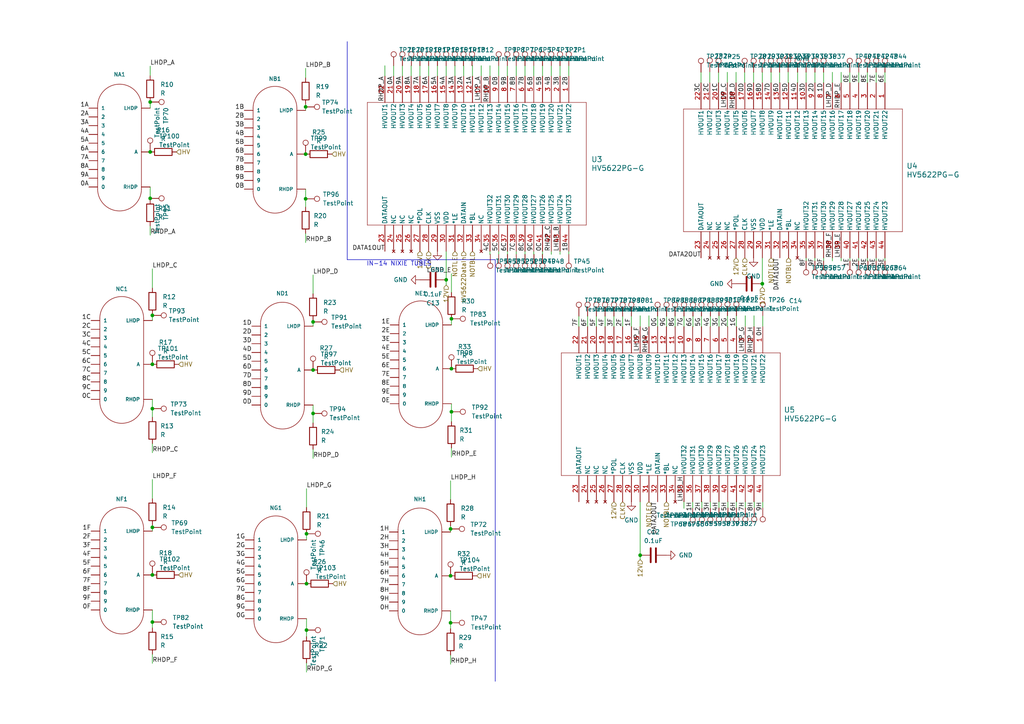
<source format=kicad_sch>
(kicad_sch (version 20230121) (generator eeschema)
  (paper "A4")
  (junction (at 43.561 29.591))
  (junction (at 130.937 106.934))
  (junction (at 44.196 118.524))
  (junction (at 88.9 182.753))
  (junction (at 44.196 180.4181))
  (junction (at 44.196 105.664))
  (junction (at 43.561 57.531))
  (junction (at 88.646 31.0014))
  (junction (at 130.683 180.6292))
  (junction (at 90.805 107.315))
  (junction (at 221.107 82.296))
  (junction (at 130.937 119.43))
  (junction (at 44.196 166.751))
  (junction (at 129.413 81.153))
  (junction (at 130.683 167.005))
  (junction (at 130.937 92.456))
  (junction (at 88.9 169.291))
  (junction (at 130.683 153.4153))
  (junction (at 88.646 44.704))
  (junction (at 90.805 119.9147))
  (junction (at 88.646 57.662))
  (junction (at 44.196 152.9641))
  (junction (at 185.674 161.036))
  (junction (at 88.9 154.813))
  (junction (at 90.805 93.3624))
  (junction (at 44.196 91.4719))
  (junction (at 43.561 44.069))
  (wire (pts (xy 249.047 74.803) (xy 249.047 75.692)))
  (wire (pts (xy 90.805 117.475) (xy 90.805 119.9147)))
  (wire (pts (xy 130.937 119.43) (xy 130.937 122.301)))
  (wire (pts (xy 256.667 74.803) (xy 256.667 75.692)))
  (wire (pts (xy 172.9646 94.742) (xy 172.974 94.742)))
  (wire (pts (xy 44.196 189.738) (xy 44.196 192.405)))
  (wire (pts (xy 88.9 179.451) (xy 88.9 182.753)))
  (wire (pts (xy 233.807 20.955) (xy 233.807 24.003)))
  (wire (pts (xy 206.0423 94.742) (xy 205.994 94.742)))
  (wire (pts (xy 134.493 22.098) (xy 134.493 19.05)))
  (wire (pts (xy 221.107 20.955) (xy 221.0659 20.955)))
  (wire (pts (xy 152.273 72.898) (xy 152.273 73.787)))
  (wire (pts (xy 213.5907 94.742) (xy 213.614 94.742)))
  (wire (pts (xy 111.633 19.05) (xy 111.633 22.098)))
  (wire (pts (xy 236.363 20.955) (xy 236.363 24.003)))
  (wire (pts (xy 185.674 162.306) (xy 185.674 161.036)))
  (wire (pts (xy 44.196 77.978) (xy 44.196 83.566)))
  (wire (pts (xy 178.0612 94.742) (xy 178.054 94.742)))
  (wire (pts (xy 130.683 177.165) (xy 130.683 180.6292)))
  (wire (pts (xy 88.646 67.691) (xy 88.646 70.358)))
  (wire (pts (xy 180.594 91.734) (xy 180.6012 94.742)))
  (wire (pts (xy 159.893 72.898) (xy 159.893 73.787)))
  (wire (pts (xy 205.867 20.828) (xy 205.867 24.003)))
  (wire (pts (xy 218.694 91.567) (xy 218.694 94.742)))
  (wire (pts (xy 129.413 82.677) (xy 129.413 81.153)))
  (wire (pts (xy 154.813 72.898) (xy 154.813 73.787)))
  (wire (pts (xy 221.234 91.567) (xy 221.234 94.742)))
  (wire (pts (xy 139.573 19.05) (xy 139.573 22.098)))
  (wire (pts (xy 221.107 83.312) (xy 221.107 82.296)))
  (wire (pts (xy 44.196 118.524) (xy 44.196 121.031)))
  (wire (pts (xy 208.5217 145.542) (xy 208.5217 147.32)))
  (wire (pts (xy 43.561 65.532) (xy 43.561 68.199)))
  (wire (pts (xy 200.9856 91.694) (xy 200.9856 94.742)))
  (wire (pts (xy 241.427 74.803) (xy 241.427 75.692)))
  (wire (pts (xy 90.805 130.302) (xy 90.805 132.969)))
  (wire (pts (xy 43.561 57.531) (xy 43.561 57.912)))
  (wire (pts (xy 149.733 72.898) (xy 149.733 73.787)))
  (wire (pts (xy 190.7311 94.742) (xy 190.754 94.742)))
  (wire (pts (xy 231.3346 20.955) (xy 231.3346 24.003)))
  (wire (pts (xy 130.937 79.375) (xy 130.937 84.836)))
  (wire (pts (xy 223.647 24.003) (xy 223.647 20.955)))
  (wire (pts (xy 88.646 57.662) (xy 88.646 60.071)))
  (wire (pts (xy 246.507 74.803) (xy 246.507 75.692)))
  (wire (pts (xy 221.107 82.296) (xy 221.107 74.803)))
  (wire (pts (xy 221.234 145.542) (xy 221.234 147.32)))
  (wire (pts (xy 203.4433 91.694) (xy 203.4433 94.742)))
  (wire (pts (xy 213.5784 145.542) (xy 213.614 145.542)))
  (wire (pts (xy 213.5907 91.567) (xy 213.5907 94.742)))
  (wire (pts (xy 88.9 192.278) (xy 88.9 194.945)))
  (wire (pts (xy 254.127 75.692) (xy 254.127 74.803)))
  (wire (pts (xy 44.196 180.4181) (xy 44.196 182.118)))
  (wire (pts (xy 203.4433 94.742) (xy 203.454 94.742)))
  (wire (pts (xy 119.253 19.05) (xy 119.3034 19.05)))
  (wire (pts (xy 233.807 74.803) (xy 233.807 75.692)))
  (wire (pts (xy 185.674 91.567) (xy 185.674 94.742)))
  (wire (pts (xy 124.333 22.098) (xy 124.333 19.05)))
  (wire (pts (xy 195.8018 94.742) (xy 195.834 94.742)))
  (wire (pts (xy 130.683 180.6292) (xy 130.683 182.372)))
  (wire (pts (xy 188.214 91.567) (xy 188.214 94.742)))
  (wire (pts (xy 88.9 154.813) (xy 88.9 156.591)))
  (wire (pts (xy 193.33 91.694) (xy 193.33 94.742)))
  (wire (pts (xy 134.431 19.05) (xy 134.493 19.05)))
  (wire (pts (xy 114.173 19.05) (xy 114.173 22.098)))
  (wire (pts (xy 43.561 29.591) (xy 43.561 31.369)))
  (wire (pts (xy 88.646 19.812) (xy 88.646 22.606)))
  (wire (pts (xy 162.433 72.898) (xy 162.433 73.787)))
  (wire (pts (xy 228.6 24.003) (xy 228.727 24.003)))
  (wire (pts (xy 221.107 24.003) (xy 221.107 20.955)))
  (wire (pts (xy 130.683 139.446) (xy 130.683 144.907)))
  (wire (pts (xy 211.1207 145.542) (xy 211.074 145.542)))
  (wire (pts (xy 178.0612 91.694) (xy 178.0612 94.742)))
  (wire (pts (xy 43.561 19.177) (xy 43.561 21.971)))
  (wire (pts (xy 147.1433 19.05) (xy 147.1433 22.098)))
  (wire (pts (xy 206.03 145.542) (xy 205.994 145.542)))
  (wire (pts (xy 238.8772 20.955) (xy 238.8772 24.003)))
  (wire (pts (xy 226.1225 24.003) (xy 226.187 24.003)))
  (wire (pts (xy 167.894 91.694) (xy 167.8846 94.742)))
  (wire (pts (xy 44.196 176.911) (xy 44.196 180.4181)))
  (wire (pts (xy 164.973 72.898) (xy 164.973 73.787)))
  (wire (pts (xy 226.1225 20.955) (xy 226.1225 24.003)))
  (wire (pts (xy 126.873 19.05) (xy 126.873 22.098)))
  (wire (pts (xy 44.196 139.065) (xy 44.196 144.653)))
  (wire (pts (xy 130.937 92.456) (xy 130.937 94.234)))
  (wire (pts (xy 218.7622 145.542) (xy 218.694 145.542)))
  (wire (pts (xy 129.413 19.05) (xy 129.413 22.098)))
  (wire (pts (xy 243.967 74.803) (xy 243.967 75.692)))
  (wire (pts (xy 193.33 94.742) (xy 193.294 94.742)))
  (wire (pts (xy 256.667 20.955) (xy 256.667 24.003)))
  (wire (pts (xy 44.196 91.186) (xy 44.196 91.4719)))
  (wire (pts (xy 131.953 22.098) (xy 131.953 19.05)))
  (wire (pts (xy 44.196 128.651) (xy 44.196 131.318)))
  (wire (pts (xy 136.9093 19.05) (xy 137.033 19.05)))
  (wire (pts (xy 154.813 73.787) (xy 154.8651 73.787)))
  (wire (pts (xy 130.937 129.921) (xy 130.937 132.588)))
  (wire (pts (xy 129.413 72.898) (xy 129.413 81.153)))
  (wire (pts (xy 90.805 79.756) (xy 90.805 85.217)))
  (wire (pts (xy 254.127 20.955) (xy 254.127 24.003)))
  (wire (pts (xy 88.646 31.0014) (xy 88.646 32.004)))
  (wire (pts (xy 203.5723 145.542) (xy 203.454 145.542)))
  (wire (pts (xy 164.973 19.05) (xy 164.973 22.098)))
  (wire (pts (xy 44.196 115.824) (xy 44.196 118.524)))
  (wire (pts (xy 119.253 22.098) (xy 119.253 19.05)))
  (wire (pts (xy 172.974 91.694) (xy 172.9646 94.742)))
  (wire (pts (xy 210.9917 91.567) (xy 210.9917 94.742)))
  (wire (pts (xy 44.196 152.273) (xy 44.196 152.9641)))
  (wire (pts (xy 88.646 54.864) (xy 88.646 57.662)))
  (wire (pts (xy 243.967 20.955) (xy 243.967 24.003)))
  (wire (pts (xy 200.9856 94.742) (xy 200.914 94.742)))
  (wire (pts (xy 142.113 19.05) (xy 142.113 22.098)))
  (wire (pts (xy 142.113 72.898) (xy 142.113 73.787)))
  (wire (pts (xy 90.805 92.837) (xy 90.805 93.3624)))
  (wire (pts (xy 88.9 141.732) (xy 88.9 147.193)))
  (wire (pts (xy 90.805 93.3624) (xy 90.805 94.615)))
  (wire (pts (xy 249.0752 20.955) (xy 249.0752 24.003)))
  (wire (pts (xy 216.1773 145.542) (xy 216.1773 147.32)))
  (wire (pts (xy 210.947 20.955) (xy 210.947 24.003)))
  (wire (pts (xy 238.8772 24.003) (xy 238.887 24.003)))
  (wire (pts (xy 43.561 54.229) (xy 43.561 57.531)))
  (wire (pts (xy 170.434 91.694) (xy 170.434 94.742)))
  (wire (pts (xy 185.674 161.036) (xy 185.674 145.542)))
  (wire (pts (xy 208.534 91.567) (xy 208.534 94.742)))
  (wire (pts (xy 167.8846 94.742) (xy 167.894 94.742)))
  (wire (pts (xy 157.3228 73.787) (xy 157.353 73.787)))
  (wire (pts (xy 88.9 182.753) (xy 88.9 184.658)))
  (wire (pts (xy 175.5046 91.694) (xy 175.5046 94.742)))
  (wire (pts (xy 246.4763 24.003) (xy 246.507 24.003)))
  (polyline (pts (xy 143.637 75.311) (xy 143.637 197.612)))
  (wire (pts (xy 130.683 152.527) (xy 130.683 153.4153)))
  (wire (pts (xy 228.6 20.8557) (xy 228.6 24.003)))
  (wire (pts (xy 157.353 72.898) (xy 157.353 73.787)))
  (wire (pts (xy 251.587 75.692) (xy 251.587 74.803)))
  (wire (pts (xy 180.594 94.742) (xy 180.6012 94.742)))
  (wire (pts (xy 215.981 20.955) (xy 215.981 24.003)))
  (wire (pts (xy 203.5723 145.542) (xy 203.5723 147.447)))
  (wire (pts (xy 218.7622 145.542) (xy 218.7622 147.32)))
  (wire (pts (xy 251.587 75.692) (xy 251.7279 75.692)))
  (wire (pts (xy 90.805 119.9147) (xy 90.805 122.682)))
  (wire (pts (xy 162.433 19.05) (xy 162.433 22.098)))
  (wire (pts (xy 144.653 72.898) (xy 144.653 73.787)))
  (wire (pts (xy 198.374 145.542) (xy 198.374 147.447)))
  (wire (pts (xy 251.5753 24.003) (xy 251.587 24.003)))
  (wire (pts (xy 241.427 20.955) (xy 241.427 24.003)))
  (wire (pts (xy 198.3867 94.742) (xy 198.374 94.742)))
  (wire (pts (xy 149.733 19.05) (xy 149.733 22.098)))
  (wire (pts (xy 142.113 73.787) (xy 142.1952 73.787)))
  (wire (pts (xy 198.3867 91.694) (xy 198.3867 94.742)))
  (wire (pts (xy 211.1207 145.542) (xy 211.1207 147.32)))
  (wire (pts (xy 190.7311 91.694) (xy 190.7311 94.742)))
  (wire (pts (xy 183.1412 94.742) (xy 183.134 94.742)))
  (wire (pts (xy 147.193 72.898) (xy 147.193 73.787)))
  (wire (pts (xy 157.353 19.05) (xy 157.353 22.098)))
  (wire (pts (xy 246.4763 20.955) (xy 246.4763 24.003)))
  (wire (pts (xy 249.0752 24.003) (xy 249.047 24.003)))
  (wire (pts (xy 249.0372 75.692) (xy 249.047 75.692)))
  (wire (pts (xy 152.273 19.05) (xy 152.273 22.098)))
  (wire (pts (xy 216.1773 145.542) (xy 216.154 145.542)))
  (wire (pts (xy 147.1433 22.098) (xy 147.193 22.098)))
  (wire (pts (xy 131.9203 19.05) (xy 131.953 19.05)))
  (wire (pts (xy 203.327 20.955) (xy 203.327 24.003)))
  (wire (pts (xy 206.03 145.542) (xy 206.03 147.447)))
  (wire (pts (xy 210.9917 94.742) (xy 211.074 94.742)))
  (wire (pts (xy 200.914 145.542) (xy 200.914 147.447)))
  (wire (pts (xy 130.683 189.992) (xy 130.683 192.659)))
  (wire (pts (xy 44.196 152.9641) (xy 44.196 154.051)))
  (wire (pts (xy 159.893 19.05) (xy 159.893 22.098)))
  (polyline (pts (xy 100.711 12.065) (xy 100.711 75.311)))
  (wire (pts (xy 213.487 20.955) (xy 213.487 24.003)))
  (wire (pts (xy 236.363 24.003) (xy 236.347 24.003)))
  (polyline (pts (xy 100.711 75.311) (xy 143.637 75.311)))
  (wire (pts (xy 231.3346 24.003) (xy 231.267 24.003)))
  (wire (pts (xy 223.647 20.955) (xy 223.6366 20.955)))
  (wire (pts (xy 183.1178 91.694) (xy 183.1412 94.742)))
  (wire (pts (xy 137.033 19.05) (xy 137.033 22.098)))
  (wire (pts (xy 195.8018 91.694) (xy 195.8018 94.742)))
  (wire (pts (xy 88.646 30.226) (xy 88.646 31.0014)))
  (wire (pts (xy 116.713 22.098) (xy 116.713 19.05)))
  (wire (pts (xy 213.5784 145.542) (xy 213.5784 147.32)))
  (wire (pts (xy 175.5046 94.742) (xy 175.514 94.742)))
  (wire (pts (xy 154.813 19.05) (xy 154.813 22.098)))
  (wire (pts (xy 218.567 24.003) (xy 218.567 20.955)))
  (wire (pts (xy 216.154 91.567) (xy 216.154 94.742)))
  (wire (pts (xy 208.5217 145.542) (xy 208.534 145.542)))
  (wire (pts (xy 144.653 19.05) (xy 144.653 22.098)))
  (wire (pts (xy 251.5753 20.955) (xy 251.5753 24.003)))
  (wire (pts (xy 206.0423 91.694) (xy 206.0423 94.742)))
  (wire (pts (xy 236.347 74.803) (xy 236.347 75.692)))
  (wire (pts (xy 121.793 22.098) (xy 121.793 19.05)))
  (wire (pts (xy 130.683 153.4153) (xy 130.683 154.305)))
  (wire (pts (xy 130.937 117.094) (xy 130.937 119.43)))
  (wire (pts (xy 238.887 74.803) (xy 238.887 75.692)))
  (wire (pts (xy 215.981 24.003) (xy 216.027 24.003)))
  (wire (pts (xy 114.173 19.05) (xy 114.1868 19.05)))
  (wire (pts (xy 44.196 91.4719) (xy 44.196 92.964)))
  (wire (pts (xy 218.567 20.955) (xy 218.5941 20.955)))
  (wire (pts (xy 208.407 21.0111) (xy 208.407 24.003)))
  (text "IN-14 NIXIE TUBES" (at 106.299 77.343 0) (effects (font (size 1.27 1.27)) (justify left bottom)))
  (label "0A" (at 25.781 54.229 180))
  (label "8G" (at 71.12 174.371 180))
  (label "8F" (at 233.807 74.803 270))
  (label "6G" (at 200.914 94.742 90))
  (label "RHDP_G" (at 88.9 194.945 0))
  (label "0G" (at 71.12 179.451 180))
  (label "8E" (at 251.587 24.003 90))
  (label "5G" (at 71.12 166.751 180))
  (label "6H" (at 112.903 167.005 180))
  (label "2A" (at 25.781 33.909 180))
  (label "5A" (at 25.781 41.529 180))
  (label "6H" (at 213.614 145.542 270))
  (label "7A" (at 121.793 22.098 270))
  (label "9G" (at 193.294 94.742 90))
  (label "9A" (at 25.781 51.689 180))
  (label "7H" (at 112.903 169.545 180))
  (label "7D" (at 73.025 109.855 180))
  (label "1H" (at 200.914 145.542 270))
  (label "4B" (at 159.893 22.098 270))
  (label "DATA1OUT" (at 111.633 72.898 180))
  (label "LHDP_G" (at 88.9 141.732 0))
  (label "8C" (at 26.416 110.744 180))
  (label "7B" (at 70.866 47.244 180))
  (label "LHDP_E" (at 243.967 74.803 90))
  (label "LHDP_H" (at 130.683 139.446 0))
  (label "5G" (at 203.454 94.742 90))
  (label "2H" (at 112.903 156.845 180))
  (label "0E" (at 113.157 117.094 180))
  (label "2F" (at 180.6012 94.742 90))
  (label "4F" (at 26.416 161.671 180))
  (label "3H" (at 112.903 159.385 180))
  (label "7A" (at 25.781 46.609 180))
  (label "2H" (at 203.454 145.542 270))
  (label "LHDP_E" (at 130.937 79.375 180))
  (label "2E" (at 113.157 96.774 180))
  (label "LHDP_A" (at 43.561 19.177 0))
  (label "2E" (at 249.047 74.803 270))
  (label "0F" (at 238.887 74.803 270))
  (label "5E" (at 256.667 74.803 270))
  (label "LHDP_A" (at 139.573 22.098 270))
  (label "8G" (at 195.834 94.742 90))
  (label "4H" (at 208.534 145.542 270))
  (label "1A" (at 25.781 31.369 180))
  (label "1F" (at 183.1412 94.742 90))
  (label "LHDP_B" (at 88.646 19.812 0))
  (label "7E" (at 113.157 109.474 180))
  (label "1D" (at 73.025 94.615 180))
  (label "8H" (at 112.903 172.085 180))
  (label "8B" (at 70.866 49.784 180))
  (label "6A" (at 25.781 44.069 180))
  (label "RHDP_C" (at 159.893 72.898 90))
  (label "1E" (at 113.157 94.234 180))
  (label "3C" (at 203.327 24.003 270))
  (label "RHDP_E" (at 130.937 132.588 0))
  (label "9G" (at 71.12 176.911 180))
  (label "7B" (at 152.273 22.098 270))
  (label "7C" (at 149.733 72.9824 90))
  (label "1H" (at 112.903 154.305 180))
  (label "9D" (at 218.567 24.003 270))
  (label "RHDP_H" (at 130.683 192.659 0))
  (label "1F" (at 26.416 154.051 180))
  (label "1E" (at 246.507 74.803 270))
  (label "6D" (at 73.025 107.315 180))
  (label "9E" (at 249.047 24.003 90))
  (label "4H" (at 112.903 161.925 180))
  (label "LHDP_D" (at 241.427 24.003 270))
  (label "5E" (at 113.157 104.394 180))
  (label "3E" (at 251.587 74.803 270))
  (label "0H" (at 221.234 94.742 270))
  (label "8A" (at 119.253 22.098 270))
  (label "RHDP_G" (at 188.214 94.742 270))
  (label "4E" (at 113.157 101.854 180))
  (label "9H" (at 221.234 145.542 270))
  (label "4G" (at 71.12 164.211 180))
  (label "LHDP_F" (at 185.674 94.742 270))
  (label "2C" (at 26.416 95.504 180))
  (label "3D" (at 73.025 99.695 180))
  (label "9B" (at 147.193 22.098 270))
  (label "3E" (at 113.157 99.314 180))
  (label "2F" (at 26.416 156.591 180))
  (label "4D" (at 73.025 102.235 180))
  (label "7E" (at 254.127 24.003 90))
  (label "0C" (at 26.416 115.824 180))
  (label "5F" (at 172.974 94.742 90))
  (label "0B" (at 70.866 54.864 180))
  (label "8A" (at 25.781 49.149 180))
  (label "LHDP_G" (at 216.154 94.742 270))
  (label "6D" (at 226.1225 24.003 270))
  (label "3H" (at 205.994 145.542 270))
  (label "9D" (at 73.025 114.935 180))
  (label "0H" (at 112.903 177.165 180))
  (label "4A" (at 25.781 38.989 180))
  (label "6C" (at 147.193 72.9109 90))
  (label "9F" (at 26.416 174.371 180))
  (label "2A" (at 134.493 22.098 270))
  (label "1G" (at 213.614 94.742 90))
  (label "6F" (at 170.434 94.742 90))
  (label "RHDP_A" (at 111.633 22.098 270))
  (label "3F" (at 26.416 159.131 180))
  (label "7G" (at 198.374 94.742 90))
  (label "LHDP_H" (at 198.374 145.542 90))
  (label "6A" (at 124.333 22.098 270))
  (label "DATA1OUT" (at 226.187 74.803 270))
  (label "3B" (at 70.866 37.084 180))
  (label "1C" (at 208.407 24.003 270))
  (label "9C" (at 154.813 72.9109 90))
  (label "9H" (at 112.903 174.625 180))
  (label "7F" (at 167.8846 94.742 90))
  (label "6B" (at 154.813 22.098 270))
  (label "8D" (at 73.025 112.395 180))
  (label "0D" (at 216.027 24.003 270))
  (label "LHDP_D" (at 90.805 79.756 0))
  (label "2C" (at 205.867 24.003 270))
  (label "5C" (at 144.653 72.898 90))
  (label "RHDP_B" (at 142.113 22.098 270))
  (label "2D" (at 73.025 97.155 180))
  (label "1B" (at 70.866 32.004 180))
  (label "LHDP_C" (at 210.947 24.003 270))
  (label "4E" (at 254.127 74.803 270))
  (label "RHDP_D" (at 213.487 24.003 270))
  (label "RHDP_C" (at 44.196 131.318 0))
  (label "6G" (at 71.12 169.291 180))
  (label "0D" (at 73.025 117.475 180))
  (label "LHDP_F" (at 44.196 139.065 0))
  (label "3A" (at 25.781 36.449 180))
  (label "RHDP_F" (at 44.196 192.405 0))
  (label "3A" (at 131.953 22.098 270))
  (label "9B" (at 70.866 52.324 180))
  (label "5C" (at 26.416 103.124 180))
  (label "6E" (at 256.667 24.003 90))
  (label "5H" (at 112.903 164.465 180))
  (label "LHDP_B" (at 162.433 72.898 90))
  (label "RHDP_H" (at 218.694 94.742 270))
  (label "0E" (at 246.507 24.003 90))
  (label "7C" (at 26.416 108.204 180))
  (label "8B" (at 149.733 22.098 270))
  (label "7D" (at 223.647 24.003 270))
  (label "RHDP_F" (at 241.427 74.803 90))
  (label "LHDP_C" (at 44.196 77.978 0))
  (label "7F" (at 26.416 169.291 180))
  (label "DATA2OUT" (at 203.327 74.803 180))
  (label "5D" (at 228.727 24.003 270))
  (label "RHDP_D" (at 90.805 132.969 0))
  (label "4C" (at 142.113 72.898 90))
  (label "3C" (at 26.416 98.044 180))
  (label "8F" (at 26.416 171.831 180))
  (label "3F" (at 178.0612 94.742 90))
  (label "8E" (at 113.157 112.014 180))
  (label "4C" (at 26.416 100.584 180))
  (label "RHDP_E" (at 243.967 24.003 270))
  (label "2G" (at 71.12 159.131 180))
  (label "0F" (at 26.416 176.911 180))
  (label "0B" (at 144.653 22.098 270))
  (label "1D" (at 238.887 24.003 270))
  (label "8H" (at 218.694 145.542 270))
  (label "1A" (at 137.033 22.098 270))
  (label "7G" (at 71.12 171.831 180))
  (label "5A" (at 126.873 22.098 270))
  (label "7H" (at 216.154 145.542 270))
  (label "5B" (at 157.353 22.098 270))
  (label "6E" (at 113.157 106.934 180))
  (label "9E" (at 113.157 114.554 180))
  (label "1B" (at 164.973 72.898 90))
  (label "RHDP_B" (at 88.646 70.358 0))
  (label "3B" (at 162.433 22.098 270))
  (label "3D" (at 233.807 24.003 270))
  (label "9F" (at 236.347 74.803 270))
  (label "4D" (at 231.267 24.003 270))
  (label "8D" (at 221.107 24.003 270))
  (label "9C" (at 26.416 113.284 180))
  (label "4G" (at 205.994 94.742 90))
  (label "4F" (at 175.5046 94.742 90))
  (label "6F" (at 26.416 166.751 180))
  (label "9A" (at 116.713 22.098 270))
  (label "4B" (at 70.866 39.624 180))
  (label "0G" (at 190.754 94.742 90))
  (label "3G" (at 71.12 161.671 180))
  (label "2B" (at 164.973 22.098 270))
  (label "5B" (at 70.866 42.164 180))
  (label "0C" (at 157.353 72.898 90))
  (label "2D" (at 236.347 24.003 270))
  (label "5D" (at 73.025 104.775 180))
  (label "8C" (at 152.273 72.9109 90))
  (label "2B" (at 70.866 34.544 180))
  (label "3G" (at 208.534 94.742 90))
  (label "1G" (at 71.12 156.591 180))
  (label "RHDP_A" (at 43.561 68.199 0))
  (label "DATA2OUT" (at 190.754 145.542 270))
  (label "2G" (at 211.074 94.742 90))
  (label "5F" (at 26.416 164.211 180))
  (label "6C" (at 26.416 105.664 180))
  (label "0A" (at 114.173 22.098 270))
  (label "5H" (at 211.074 145.542 270))
  (label "1C" (at 26.416 92.964 180))
  (label "6B" (at 70.866 44.704 180))
  (label "4A" (at 129.413 22.098 270))
  (hierarchical_label "12V" (shape input) (at 178.054 145.542 270))
  (hierarchical_label "HV" (shape input) (at 138.303 167.005 0))
  (hierarchical_label "NOTLE" (shape input) (at 188.214 145.542 270))
  (hierarchical_label "12V" (shape input) (at 213.487 74.803 270))
  (hierarchical_label "NOTBL" (shape input) (at 228.727 74.803 270))
  (hierarchical_label "12V" (shape input) (at 121.793 72.898 270))
  (hierarchical_label "CLK" (shape input) (at 180.594 145.542 270))
  (hierarchical_label "NOTLE" (shape input) (at 131.953 72.898 270))
  (hierarchical_label "HV" (shape input) (at 51.816 105.664 0))
  (hierarchical_label "HV5622DataIn" (shape input) (at 134.493 72.898 270))
  (hierarchical_label "HV" (shape input) (at 138.557 106.934 0))
  (hierarchical_label "NOTBL" (shape input) (at 193.294 145.542 270))
  (hierarchical_label "HV" (shape input) (at 96.266 44.704 0))
  (hierarchical_label "HV" (shape input) (at 96.52 169.291 0))
  (hierarchical_label "HV" (shape input) (at 51.816 166.751 0))
  (hierarchical_label "12V" (shape input) (at 221.107 83.312 270))
  (hierarchical_label "12V" (shape input) (at 185.674 162.306 270))
  (hierarchical_label "CLK" (shape input) (at 216.027 74.803 270))
  (hierarchical_label "NOTBL" (shape input) (at 137.033 72.898 270))
  (hierarchical_label "NOTLE" (shape input) (at 223.647 74.803 270))
  (hierarchical_label "CLK" (shape input) (at 124.333 72.898 270))
  (hierarchical_label "HV" (shape input) (at 98.425 107.315 0))
  (hierarchical_label "12V" (shape input) (at 129.413 82.677 270))
  (hierarchical_label "HV" (shape input) (at 51.181 44.069 0))
  (symbol (lib_id "Device:C") (at 189.484 161.036 90) (unit 1)
    (property "Reference" "C12" (at 189.484 154.305 90))
    (property "Value" "0.1uF" (at 189.484 156.845 90))
    (property "Footprint" "Capacitor_SMD:C_0805_2012Metric" (effects hide))
  )
  (symbol (lib_id "Connector:TestPoint") (at 154.813 19.05 0) (unit 1)
    (property "Reference" "TP5" (at 156.337 14.478 0) (effects (justify left)))
    (property "Value" "TestPoint" (at 156.337 17.018 0) (effects (justify left)))
    (property "Footprint" "TestPoint:TestPoint_Pad_D1.5mm" (effects hide))
  )
  (symbol (lib_id "Device:R") (at 43.561 61.722 180) (unit 1)
    (property "Reference" "R11" (at 45.847 60.452 0) (effects (justify right)))
    (property "Value" "R" (at 45.847 62.992 0) (effects (justify right)))
    (property "Footprint" "Resistor_THT:R_Axial_DIN0204_L3.6mm_D1.6mm_P2.54mm_Vertical" (effects hide))
  )
  (symbol (lib_id "Device:R") (at 130.937 88.646 0) (unit 1)
    (property "Reference" "R30" (at 133.858 87.376 0) (effects (justify left)))
    (property "Value" "R" (at 133.858 89.916 0) (effects (justify left)))
    (property "Footprint" "Resistor_THT:R_Axial_DIN0204_L3.6mm_D1.6mm_P2.54mm_Vertical" (effects hide))
  )
  (symbol (lib_id "Connector:TestPoint") (at 238.887 75.692 180) (unit 1)
    (property "Reference" "TP57" (at 240.411 77.724 0) (effects (justify right)))
    (property "Value" "TestPoint" (at 240.411 80.264 0) (effects (justify right)))
    (property "Footprint" "TestPoint:TestPoint_Pad_D1.5mm" (effects hide))
  )
  (symbol (lib_id "Connector:TestPoint") (at 88.9 182.753 270) (unit 1)
    (property "Reference" "TP71" (at 93.472 184.382 0) (effects (justify left)))
    (property "Value" "TestPoint" (at 90.932 184.382 0) (effects (justify left)))
    (property "Footprint" "TestPoint:TestPoint_Pad_D1.5mm" (effects hide))
  )
  (symbol (lib_id "power:GND") (at 213.487 82.296 270) (unit 1)
    (property "Reference" "#PWR033" (effects hide))
    (property "Value" "GND" (at 209.931 82.296 90) (effects (justify right)))
  )
  (symbol (lib_id "Device:R") (at 47.371 44.069 90) (unit 1)
    (property "Reference" "R16" (at 47.371 37.719 90))
    (property "Value" "R" (at 47.371 40.259 90))
    (property "Footprint" "Resistor_THT:R_Axial_DIN0204_L3.6mm_D1.6mm_P2.54mm_Vertical" (effects hide))
  )
  (symbol (lib_id "Connector:TestPoint") (at 218.5941 20.955 0) (unit 1)
    (property "Reference" "TP29" (at 220.1181 16.383 0) (effects (justify left)))
    (property "Value" "TestPoint" (at 220.1181 18.923 0) (effects (justify left)))
    (property "Footprint" "TestPoint:TestPoint_Pad_D1.5mm" (effects hide))
  )
  (symbol (lib_id "Connector:TestPoint") (at 149.733 73.787 180) (unit 1)
    (property "Reference" "TP51" (at 151.257 75.819 0) (effects (justify right)))
    (property "Value" "TestPoint" (at 151.257 78.359 0) (effects (justify right)))
    (property "Footprint" "TestPoint:TestPoint_Pad_D1.5mm" (effects hide))
  )
  (symbol (lib_id "Connector:TestPoint") (at 129.413 19.05 0) (unit 1)
    (property "Reference" "TP15" (at 130.937 14.478 0) (effects (justify left)))
    (property "Value" "TestPoint" (at 130.937 17.018 0) (effects (justify left)))
    (property "Footprint" "TestPoint:TestPoint_Pad_D1.5mm" (effects hide))
  )
  (symbol (lib_id "Connector:TestPoint") (at 228.6 20.8557 0) (unit 1)
    (property "Reference" "TP33" (at 230.124 16.2837 0) (effects (justify left)))
    (property "Value" "TestPoint" (at 230.124 18.8237 0) (effects (justify left)))
    (property "Footprint" "TestPoint:TestPoint_Pad_D1.5mm" (effects hide))
  )
  (symbol (lib_id "Connector:TestPoint") (at 249.0372 75.692 180) (unit 1)
    (property "Reference" "TP61" (at 250.5612 77.724 0) (effects (justify right)))
    (property "Value" "TestPoint" (at 250.5612 80.264 0) (effects (justify right)))
    (property "Footprint" "TestPoint:TestPoint_Pad_D1.5mm" (effects hide))
  )
  (symbol (lib_id "Device:R") (at 88.9 188.468 180) (unit 1)
    (property "Reference" "R22" (at 91.186 187.198 0) (effects (justify right)))
    (property "Value" "R" (at 91.186 189.738 0) (effects (justify right)))
    (property "Footprint" "Resistor_THT:R_Axial_DIN0204_L3.6mm_D1.6mm_P2.54mm_Vertical" (effects hide))
  )
  (symbol (lib_id "Device:R") (at 90.805 126.492 180) (unit 1)
    (property "Reference" "R24" (at 93.091 125.222 0) (effects (justify right)))
    (property "Value" "R" (at 93.091 127.762 0) (effects (justify right)))
    (property "Footprint" "Resistor_THT:R_Axial_DIN0204_L3.6mm_D1.6mm_P2.54mm_Vertical" (effects hide))
  )
  (symbol (lib_id "Connector:TestPoint") (at 147.193 73.787 180) (unit 1)
    (property "Reference" "TP52" (at 148.717 75.819 0) (effects (justify right)))
    (property "Value" "TestPoint" (at 148.717 78.359 0) (effects (justify right)))
    (property "Footprint" "TestPoint:TestPoint_Pad_D1.5mm" (effects hide))
  )
  (symbol (lib_id "Connector:TestPoint") (at 205.867 20.828 0) (unit 1)
    (property "Reference" "TP24" (at 207.391 16.256 0) (effects (justify left)))
    (property "Value" "TestPoint" (at 207.391 18.796 0) (effects (justify left)))
    (property "Footprint" "TestPoint:TestPoint_Pad_D1.5mm" (effects hide))
  )
  (symbol (lib_id "Connector:TestPoint") (at 130.683 167.005 0) (unit 1)
    (property "Reference" "TP104" (at 133.223 162.433 0) (effects (justify left)))
    (property "Value" "TestPoint" (at 133.223 164.973 0) (effects (justify left)))
    (property "Footprint" "TestPoint:TestPoint_Pad_D1.5mm" (effects hide))
  )
  (symbol (lib_id "Device:R") (at 92.456 44.704 90) (unit 1)
    (property "Reference" "R25" (at 92.456 38.354 90))
    (property "Value" "R" (at 92.456 40.894 90))
    (property "Footprint" "Resistor_THT:R_Axial_DIN0204_L3.6mm_D1.6mm_P2.54mm_Vertical" (effects hide))
  )
  (symbol (lib_id "Device:R") (at 88.646 63.881 180) (unit 1)
    (property "Reference" "R20" (at 90.932 62.611 0) (effects (justify right)))
    (property "Value" "R" (at 90.932 65.151 0) (effects (justify right)))
    (property "Footprint" "Resistor_THT:R_Axial_DIN0204_L3.6mm_D1.6mm_P2.54mm_Vertical" (effects hide))
  )
  (symbol (lib_id "Connector:TestPoint") (at 213.5784 147.32 180) (unit 1)
    (property "Reference" "TP58" (at 211.9494 151.892 0) (effects (justify left)))
    (property "Value" "TestPoint" (at 211.9494 149.352 0) (effects (justify left)))
    (property "Footprint" "TestPoint:TestPoint_Pad_D1.5mm" (effects hide))
  )
  (symbol (lib_id "Connector:TestPoint") (at 251.5753 20.955 0) (unit 1)
    (property "Reference" "TP42" (at 253.0993 16.383 0) (effects (justify left)))
    (property "Value" "TestPoint" (at 253.0993 18.923 0) (effects (justify left)))
    (property "Footprint" "TestPoint:TestPoint_Pad_D1.5mm" (effects hide))
  )
  (symbol (lib_id "Connector:TestPoint") (at 211.1207 147.32 180) (unit 1)
    (property "Reference" "TP59" (at 209.4917 151.892 0) (effects (justify left)))
    (property "Value" "TestPoint" (at 209.4917 149.352 0) (effects (justify left)))
    (property "Footprint" "TestPoint:TestPoint_Pad_D1.5mm" (effects hide))
  )
  (symbol (lib_id "Connector:TestPoint") (at 90.805 107.315 0) (unit 1)
    (property "Reference" "TP97" (at 92.964 102.743 0) (effects (justify left)))
    (property "Value" "TestPoint" (at 92.964 105.283 0) (effects (justify left)))
    (property "Footprint" "TestPoint:TestPoint_Pad_D1.5mm" (effects hide))
  )
  (symbol (lib_id "Connector:TestPoint") (at 130.683 180.6292 270) (unit 1)
    (property "Reference" "TP47" (at 136.525 179.3592 90) (effects (justify left)))
    (property "Value" "TestPoint" (at 136.525 181.8992 90) (effects (justify left)))
    (property "Footprint" "TestPoint:TestPoint_Pad_D1.5mm" (effects hide))
  )
  (symbol (lib_id "Device:R") (at 130.683 148.717 0) (unit 1)
    (property "Reference" "R28" (at 133.604 147.447 0) (effects (justify left)))
    (property "Value" "R" (at 133.604 149.987 0) (effects (justify left)))
    (property "Footprint" "Resistor_THT:R_Axial_DIN0204_L3.6mm_D1.6mm_P2.54mm_Vertical" (effects hide))
  )
  (symbol (lib_id "Connector:TestPoint") (at 172.974 91.694 0) (unit 1)
    (property "Reference" "TP77" (at 174.603 87.122 0) (effects (justify left)))
    (property "Value" "TestPoint" (at 174.603 89.662 0) (effects (justify left)))
    (property "Footprint" "TestPoint:TestPoint_Pad_D1.5mm" (effects hide))
  )
  (symbol (lib_id "Device:R") (at 130.937 126.111 180) (unit 1)
    (property "Reference" "R31" (at 133.223 124.841 0) (effects (justify right)))
    (property "Value" "R" (at 133.223 127.381 0) (effects (justify right)))
    (property "Footprint" "Resistor_THT:R_Axial_DIN0204_L3.6mm_D1.6mm_P2.54mm_Vertical" (effects hide))
  )
  (symbol (lib_id "Connector:TestPoint") (at 200.914 147.447 180) (unit 1)
    (property "Reference" "TP68" (at 199.285 152.019 0) (effects (justify left)))
    (property "Value" "TestPoint" (at 199.285 149.479 0) (effects (justify left)))
    (property "Footprint" "TestPoint:TestPoint_Pad_D1.5mm" (effects hide))
  )
  (symbol (lib_id "Connector:TestPoint") (at 43.561 44.069 0) (unit 1)
    (property "Reference" "TP100" (at 46.101 39.497 0) (effects (justify left)))
    (property "Value" "TestPoint" (at 46.101 42.037 0) (effects (justify left)))
    (property "Footprint" "TestPoint:TestPoint_Pad_D1.5mm" (effects hide))
  )
  (symbol (lib_id "Connector:TestPoint") (at 218.7622 147.32 180) (unit 1)
    (property "Reference" "TP38" (at 217.1332 151.892 0) (effects (justify left)))
    (property "Value" "TestPoint" (at 217.1332 149.352 0) (effects (justify left)))
    (property "Footprint" "TestPoint:TestPoint_Pad_D1.5mm" (effects hide))
  )
  (symbol (lib_id "Connector:TestPoint") (at 203.5723 147.447 180) (unit 1)
    (property "Reference" "TP67" (at 201.9433 152.019 0) (effects (justify left)))
    (property "Value" "TestPoint" (at 201.9433 149.479 0) (effects (justify left)))
    (property "Footprint" "TestPoint:TestPoint_Pad_D1.5mm" (effects hide))
  )
  (symbol (lib_id "Connector:TestPoint") (at 256.667 75.692 180) (unit 1)
    (property "Reference" "TP64" (at 258.191 77.724 0) (effects (justify right)))
    (property "Value" "TestPoint" (at 258.191 80.264 0) (effects (justify right)))
    (property "Footprint" "TestPoint:TestPoint_Pad_D1.5mm" (effects hide))
  )
  (symbol (lib_id "Connector:TestPoint") (at 246.4763 20.955 0) (unit 1)
    (property "Reference" "TP40" (at 248.0003 16.383 0) (effects (justify left)))
    (property "Value" "TestPoint" (at 248.0003 18.923 0) (effects (justify left)))
    (property "Footprint" "TestPoint:TestPoint_Pad_D1.5mm" (effects hide))
  )
  (symbol (lib_id "Connector:TestPoint") (at 88.9 169.291 0) (unit 1)
    (property "Reference" "TP103" (at 91.44 164.719 0) (effects (justify left)))
    (property "Value" "TestPoint" (at 91.44 167.259 0) (effects (justify left)))
    (property "Footprint" "TestPoint:TestPoint_Pad_D1.5mm" (effects hide))
  )
  (symbol (lib_id "Connector:TestPoint") (at 233.807 20.955 0) (unit 1)
    (property "Reference" "TP35" (at 235.331 16.383 0) (effects (justify left)))
    (property "Value" "TestPoint" (at 235.331 18.923 0) (effects (justify left)))
    (property "Footprint" "TestPoint:TestPoint_Pad_D1.5mm" (effects hide))
  )
  (symbol (lib_id "Connector:TestPoint") (at 164.973 19.05 0) (unit 1)
    (property "Reference" "TP1" (at 166.37 14.478 0) (effects (justify left)))
    (property "Value" "TestPoint" (at 166.37 17.018 0) (effects (justify left)))
    (property "Footprint" "TestPoint:TestPoint_Pad_D1.5mm" (effects hide))
  )
  (symbol (lib_id "Connector:TestPoint") (at 203.327 20.955 0) (unit 1)
    (property "Reference" "TP23" (at 204.851 16.383 0) (effects (justify left)))
    (property "Value" "TestPoint" (at 204.851 18.923 0) (effects (justify left)))
    (property "Footprint" "TestPoint:TestPoint_Pad_D1.5mm" (effects hide))
  )
  (symbol (lib_id "Connector:TestPoint") (at 223.6366 20.955 0) (unit 1)
    (property "Reference" "TP31" (at 225.1606 16.383 0) (effects (justify left)))
    (property "Value" "TestPoint" (at 225.1606 18.923 0) (effects (justify left)))
    (property "Footprint" "TestPoint:TestPoint_Pad_D1.5mm" (effects hide))
  )
  (symbol (lib_id "Connector:TestPoint") (at 131.9203 19.05 0) (unit 1)
    (property "Reference" "TP14" (at 133.4443 14.478 0) (effects (justify left)))
    (property "Value" "TestPoint" (at 133.4443 17.018 0) (effects (justify left)))
    (property "Footprint" "TestPoint:TestPoint_Pad_D1.5mm" (effects hide))
  )
  (symbol (lib_id "Connector:TestPoint") (at 221.234 147.32 180) (unit 1)
    (property "Reference" "TP27" (at 219.605 151.892 0) (effects (justify left)))
    (property "Value" "TestPoint" (at 219.605 149.352 0) (effects (justify left)))
    (property "Footprint" "TestPoint:TestPoint_Pad_D1.5mm" (effects hide))
  )
  (symbol (lib_id "Device:C") (at 217.297 82.296 270) (unit 1)
    (property "Reference" "C14" (at 230.759 87.249 90))
    (property "Value" "0.1uF" (at 217.297 86.487 90))
    (property "Footprint" "Capacitor_SMD:C_0805_2012Metric" (effects hide))
  )
  (symbol (lib_id "Connector:TestPoint") (at 203.4433 91.694 0) (unit 1)
    (property "Reference" "TP89" (at 205.0723 87.122 0) (effects (justify left)))
    (property "Value" "TestPoint" (at 205.0723 89.662 0) (effects (justify left)))
    (property "Footprint" "TestPoint:TestPoint_Pad_D1.5mm" (effects hide))
  )
  (symbol (lib_id "Connector:TestPoint") (at 130.937 92.456 270) (unit 1)
    (property "Reference" "TP83" (at 136.271 91.186 90) (effects (justify left)))
    (property "Value" "TestPoint" (at 136.271 93.726 90) (effects (justify left)))
    (property "Footprint" "TestPoint:TestPoint_Pad_D1.5mm" (effects hide))
  )
  (symbol (lib_id "nixies-us:IN-14") (at 120.523 164.465 0) (unit 1)
    (property "Reference" "NH1" (at 121.793 144.78 0) (effects (font (size 1.143 1.143))))
    (property "Value" "IN-14" (effects hide))
    (property "Footprint" "nixies-us:nixies-us-IN-14" (effects hide))
  )
  (symbol (lib_id "Connector:TestPoint") (at 167.894 91.694 0) (unit 1)
    (property "Reference" "TP75" (at 169.523 87.122 0) (effects (justify left)))
    (property "Value" "TestPoint" (at 169.523 89.662 0) (effects (justify left)))
    (property "Footprint" "TestPoint:TestPoint_Pad_D1.5mm" (effects hide))
  )
  (symbol (lib_id "nixies-us:IN-14") (at 34.036 103.124 0) (unit 1)
    (property "Reference" "NC1" (at 35.306 83.82 0) (effects (font (size 1.143 1.143))))
    (property "Value" "IN-14" (effects hide))
    (property "Footprint" "nixies-us:nixies-us-IN-14" (effects hide))
  )
  (symbol (lib_id "Connector:TestPoint") (at 114.1868 19.05 0) (unit 1)
    (property "Reference" "TP21" (at 115.7108 14.478 0) (effects (justify left)))
    (property "Value" "TestPoint" (at 115.7108 17.018 0) (effects (justify left)))
    (property "Footprint" "TestPoint:TestPoint_Pad_D1.5mm" (effects hide))
  )
  (symbol (lib_id "Connector:TestPoint") (at 175.5046 91.694 0) (unit 1)
    (property "Reference" "TP78" (at 177.1336 87.122 0) (effects (justify left)))
    (property "Value" "TestPoint" (at 177.1336 89.662 0) (effects (justify left)))
    (property "Footprint" "TestPoint:TestPoint_Pad_D1.5mm" (effects hide))
  )
  (symbol (lib_id "Device:R") (at 134.747 106.934 90) (unit 1)
    (property "Reference" "R33" (at 134.747 100.584 90))
    (property "Value" "R" (at 134.747 103.124 90))
    (property "Footprint" "Resistor_THT:R_Axial_DIN0204_L3.6mm_D1.6mm_P2.54mm_Vertical" (effects hide))
  )
  (symbol (lib_id "Connector:TestPoint") (at 44.196 118.524 270) (unit 1)
    (property "Reference" "TP73" (at 49.403 117.254 90) (effects (justify left)))
    (property "Value" "TestPoint" (at 49.403 119.794 90) (effects (justify left)))
    (property "Footprint" "TestPoint:TestPoint_Pad_D1.5mm" (effects hide))
  )
  (symbol (lib_id "nixies-us:IN-14") (at 120.777 104.394 0) (unit 1)
    (property "Reference" "NE1" (at 122.047 85.09 0) (effects (font (size 1.143 1.143))))
    (property "Value" "IN-14" (effects hide))
    (property "Footprint" "nixies-us:nixies-us-IN-14" (effects hide))
  )
  (symbol (lib_id "Connector:TestPoint") (at 154.8651 73.787 180) (unit 1)
    (property "Reference" "TP49" (at 156.3891 75.819 0) (effects (justify right)))
    (property "Value" "TestPoint" (at 156.3891 78.359 0) (effects (justify right)))
    (property "Footprint" "TestPoint:TestPoint_Pad_D1.5mm" (effects hide))
  )
  (symbol (lib_id "Connector:TestPoint") (at 254.127 20.955 0) (unit 1)
    (property "Reference" "TP43" (at 255.651 16.383 0) (effects (justify left)))
    (property "Value" "TestPoint" (at 255.651 18.923 0) (effects (justify left)))
    (property "Footprint" "TestPoint:TestPoint_Pad_D1.5mm" (effects hide))
  )
  (symbol (lib_id "Connector:TestPoint") (at 44.196 105.664 0) (unit 1)
    (property "Reference" "TP101" (at 45.72 101.092 0) (effects (justify left)))
    (property "Value" "TestPoint" (at 45.72 103.632 0) (effects (justify left)))
    (property "Footprint" "TestPoint:TestPoint_Pad_D1.5mm" (effects hide))
  )
  (symbol (lib_id "Connector:TestPoint") (at 159.893 19.05 0) (unit 1)
    (property "Reference" "TP3" (at 161.417 14.478 0) (effects (justify left)))
    (property "Value" "TestPoint" (at 161.417 17.018 0) (effects (justify left)))
    (property "Footprint" "TestPoint:TestPoint_Pad_D1.5mm" (effects hide))
  )
  (symbol (lib_id "Device:R") (at 94.615 107.315 90) (unit 1)
    (property "Reference" "R27" (at 94.615 100.965 90))
    (property "Value" "R" (at 94.615 103.505 90))
    (property "Footprint" "Resistor_THT:R_Axial_DIN0204_L3.6mm_D1.6mm_P2.54mm_Vertical" (effects hide))
  )
  (symbol (lib_id "Connector:TestPoint") (at 44.196 91.4719 270) (unit 1)
    (property "Reference" "TP93" (at 48.895 90.2019 90) (effects (justify left)))
    (property "Value" "TestPoint" (at 48.895 92.7419 90) (effects (justify left)))
    (property "Footprint" "TestPoint:TestPoint_Pad_D1.5mm" (effects hide))
  )
  (symbol (lib_id "2024-06-14_08-02-32:HV5622PG-G") (at 221.234 94.742 270) (unit 1)
    (property "Reference" "U5" (at 227.33 118.872 90) (effects (font (size 1.524 1.524)) (justify left)))
    (property "Value" "HV5622PG-G" (at 227.33 121.412 90) (effects (font (size 1.524 1.524)) (justify left)))
    (property "Footprint" "Footprints:QFP44_10x10MC_MCH" (effects hide))
    (property "Datasheet" "HV5622PG-G" (effects hide))
  )
  (symbol (lib_id "Device:R") (at 48.006 166.751 90) (unit 1)
    (property "Reference" "R18" (at 48.006 160.401 90))
    (property "Value" "R" (at 48.006 162.941 90))
    (property "Footprint" "Resistor_THT:R_Axial_DIN0204_L3.6mm_D1.6mm_P2.54mm_Vertical" (effects hide))
  )
  (symbol (lib_id "Connector:TestPoint") (at 221.234 91.567 0) (unit 1)
    (property "Reference" "TP26" (at 222.863 86.995 0) (effects (justify left)))
    (property "Value" "TestPoint" (at 222.863 89.535 0) (effects (justify left)))
    (property "Footprint" "TestPoint:TestPoint_Pad_D1.5mm" (effects hide))
  )
  (symbol (lib_id "Connector:TestPoint") (at 208.5217 147.32 180) (unit 1)
    (property "Reference" "TP65" (at 206.8927 151.892 0) (effects (justify left)))
    (property "Value" "TestPoint" (at 206.8927 149.352 0) (effects (justify left)))
    (property "Footprint" "TestPoint:TestPoint_Pad_D1.5mm" (effects hide))
  )
  (symbol (lib_id "Connector:TestPoint") (at 90.805 119.9147 270) (unit 1)
    (property "Reference" "TP94" (at 95.504 118.6447 90) (effects (justify left)))
    (property "Value" "TestPoint" (at 95.504 121.1847 90) (effects (justify left)))
    (property "Footprint" "TestPoint:TestPoint_Pad_D1.5mm" (effects hide))
  )
  (symbol (lib_id "Device:R") (at 92.71 169.291 90) (unit 1)
    (property "Reference" "R26" (at 92.71 162.941 90))
    (property "Value" "R" (at 92.71 165.481 90))
    (property "Footprint" "Resistor_THT:R_Axial_DIN0204_L3.6mm_D1.6mm_P2.54mm_Vertical" (effects hide))
  )
  (symbol (lib_id "Connector:TestPoint") (at 130.937 119.43 270) (unit 1)
    (property "Reference" "TP92" (at 136.779 118.16 90) (effects (justify left)))
    (property "Value" "TestPoint" (at 136.779 120.7 90) (effects (justify left)))
    (property "Footprint" "TestPoint:TestPoint_Pad_D1.5mm" (effects hide))
  )
  (symbol (lib_id "Connector:TestPoint") (at 216.1773 147.32 180) (unit 1)
    (property "Reference" "TP39" (at 214.5483 151.892 0) (effects (justify left)))
    (property "Value" "TestPoint" (at 214.5483 149.352 0) (effects (justify left)))
    (property "Footprint" "TestPoint:TestPoint_Pad_D1.5mm" (effects hide))
  )
  (symbol (lib_id "Connector:TestPoint") (at 195.8018 91.694 0) (unit 1)
    (property "Reference" "TP86" (at 197.4308 87.122 0) (effects (justify left)))
    (property "Value" "TestPoint" (at 197.4308 89.662 0) (effects (justify left)))
    (property "Footprint" "TestPoint:TestPoint_Pad_D1.5mm" (effects hide))
  )
  (symbol (lib_id "Connector:TestPoint") (at 249.0752 20.955 0) (unit 1)
    (property "Reference" "TP41" (at 250.5992 16.383 0) (effects (justify left)))
    (property "Value" "TestPoint" (at 250.5992 18.923 0) (effects (justify left)))
    (property "Footprint" "TestPoint:TestPoint_Pad_D1.5mm" (effects hide))
  )
  (symbol (lib_id "Connector:TestPoint") (at 221.0659 20.955 0) (unit 1)
    (property "Reference" "TP30" (at 222.5899 16.383 0) (effects (justify left)))
    (property "Value" "TestPoint" (at 222.5899 18.923 0) (effects (justify left)))
    (property "Footprint" "TestPoint:TestPoint_Pad_D1.5mm" (effects hide))
  )
  (symbol (lib_id "Connector:TestPoint") (at 44.196 152.9641 270) (unit 1)
    (property "Reference" "TP69" (at 49.657 151.6941 90) (effects (justify left)))
    (property "Value" "TestPoint" (at 49.657 154.2341 90) (effects (justify left)))
    (property "Footprint" "TestPoint:TestPoint_Pad_D1.5mm" (effects hide))
  )
  (symbol (lib_id "Connector:TestPoint") (at 236.347 75.692 180) (unit 1)
    (property "Reference" "TP56" (at 237.871 77.724 0) (effects (justify right)))
    (property "Value" "TestPoint" (at 237.871 80.264 0) (effects (justify right)))
    (property "Footprint" "TestPoint:TestPoint_Pad_D1.5mm" (effects hide))
  )
  (symbol (lib_id "nixies-us:IN-14") (at 80.645 104.775 0) (unit 1)
    (property "Reference" "ND1" (at 81.915 85.09 0) (effects (font (size 1.143 1.143))))
    (property "Value" "IN-14" (effects hide))
    (property "Footprint" "nixies-us:nixies-us-IN-14" (effects hide))
  )
  (symbol (lib_id "power:GND") (at 193.294 161.036 90) (unit 1)
    (property "Reference" "#PWR031" (effects hide))
    (property "Value" "GND" (at 196.85 161.036 90) (effects (justify right)))
  )
  (symbol (lib_id "Connector:TestPoint") (at 210.9917 91.567 0) (unit 1)
    (property "Reference" "TP11" (at 212.6207 86.995 0) (effects (justify left)))
    (property "Value" "TestPoint" (at 212.6207 89.535 0) (effects (justify left)))
    (property "Footprint" "TestPoint:TestPoint_Pad_D1.5mm" (effects hide))
  )
  (symbol (lib_id "Connector:TestPoint") (at 147.1433 19.05 0) (unit 1)
    (property "Reference" "TP8" (at 148.6673 14.478 0) (effects (justify left)))
    (property "Value" "TestPoint" (at 148.6673 17.018 0) (effects (justify left)))
    (property "Footprint" "TestPoint:TestPoint_Pad_D1.5mm" (effects hide))
  )
  (symbol (lib_id "Connector:TestPoint") (at 88.646 57.662 270) (unit 1)
    (property "Reference" "TP96" (at 93.599 56.392 90) (effects (justify left)))
    (property "Value" "TestPoint" (at 93.599 58.932 90) (effects (justify left)))
    (property "Footprint" "TestPoint:TestPoint_Pad_D1.5mm" (effects hide))
  )
  (symbol (lib_id "Connector:TestPoint") (at 121.793 19.05 0) (unit 1)
    (property "Reference" "TP18" (at 123.317 14.478 0) (effects (justify left)))
    (property "Value" "TestPoint" (at 123.317 17.018 0) (effects (justify left)))
    (property "Footprint" "TestPoint:TestPoint_Pad_D1.5mm" (effects hide))
  )
  (symbol (lib_id "Connector:TestPoint") (at 124.333 19.05 0) (unit 1)
    (property "Reference" "TP17" (at 125.857 14.478 0) (effects (justify left)))
    (property "Value" "TestPoint" (at 125.857 17.018 0) (effects (justify left)))
    (property "Footprint" "TestPoint:TestPoint_Pad_D1.5mm" (effects hide))
  )
  (symbol (lib_id "Connector:TestPoint") (at 256.667 20.955 0) (unit 1)
    (property "Reference" "TP44" (at 258.191 16.383 0) (effects (justify left)))
    (property "Value" "TestPoint" (at 258.191 18.923 0) (effects (justify left)))
    (property "Footprint" "TestPoint:TestPoint_Pad_D1.5mm" (effects hide))
  )
  (symbol (lib_id "Connector:TestPoint") (at 236.363 20.955 0) (unit 1)
    (property "Reference" "TP36" (at 237.887 16.383 0) (effects (justify left)))
    (property "Value" "TestPoint" (at 237.887 18.923 0) (effects (justify left)))
    (property "Footprint" "TestPoint:TestPoint_Pad_D1.5mm" (effects hide))
  )
  (symbol (lib_id "Connector:TestPoint") (at 44.196 180.4181 270) (unit 1)
    (property "Reference" "TP82" (at 50.038 179.1481 90) (effects (justify left)))
    (property "Value" "TestPoint" (at 50.038 181.6881 90) (effects (justify left)))
    (property "Footprint" "TestPoint:TestPoint_Pad_D1.5mm" (effects hide))
  )
  (symbol (lib_id "nixies-us:IN-14") (at 34.036 164.211 0) (unit 1)
    (property "Reference" "NF1" (at 35.306 144.78 0) (effects (font (size 1.143 1.143))))
    (property "Value" "IN-14" (effects hide))
    (property "Footprint" "nixies-us:nixies-us-IN-14" (effects hide))
  )
  (symbol (lib_id "Connector:TestPoint") (at 208.534 91.567 0) (unit 1)
    (property "Reference" "TP10" (at 210.163 86.995 0) (effects (justify left)))
    (property "Value" "TestPoint" (at 210.163 89.535 0) (effects (justify left)))
    (property "Footprint" "TestPoint:TestPoint_Pad_D1.5mm" (effects hide))
  )
  (symbol (lib_id "Connector:TestPoint") (at 157.353 19.05 0) (unit 1)
    (property "Reference" "TP4" (at 158.877 14.478 0) (effects (justify left)))
    (property "Value" "TestPoint" (at 158.877 17.018 0) (effects (justify left)))
    (property "Footprint" "TestPoint:TestPoint_Pad_D1.5mm" (effects hide))
  )
  (symbol (lib_id "Connector:TestPoint") (at 149.733 19.05 0) (unit 1)
    (property "Reference" "TP7" (at 151.257 14.478 0) (effects (justify left)))
    (property "Value" "TestPoint" (at 151.257 17.018 0) (effects (justify left)))
    (property "Footprint" "TestPoint:TestPoint_Pad_D1.5mm" (effects hide))
  )
  (symbol (lib_id "Device:R") (at 44.196 124.841 180) (unit 1)
    (property "Reference" "R13" (at 46.482 123.571 0) (effects (justify right)))
    (property "Value" "R" (at 46.482 126.111 0) (effects (justify right)))
    (property "Footprint" "Resistor_THT:R_Axial_DIN0204_L3.6mm_D1.6mm_P2.54mm_Vertical" (effects hide))
  )
  (symbol (lib_id "Device:R") (at 134.493 167.005 90) (unit 1)
    (property "Reference" "R32" (at 134.493 160.655 90))
    (property "Value" "R" (at 134.493 163.195 90))
    (property "Footprint" "Resistor_THT:R_Axial_DIN0204_L3.6mm_D1.6mm_P2.54mm_Vertical" (effects hide))
  )
  (symbol (lib_id "Connector:TestPoint") (at 183.1178 91.694 0) (unit 1)
    (property "Reference" "TP81" (at 184.7468 87.122 0) (effects (justify left)))
    (property "Value" "TestPoint" (at 184.7468 89.662 0) (effects (justify left)))
    (property "Footprint" "TestPoint:TestPoint_Pad_D1.5mm" (effects hide))
  )
  (symbol (lib_id "Connector:TestPoint") (at 116.713 19.05 0) (unit 1)
    (property "Reference" "TP20" (at 118.237 14.478 0) (effects (justify left)))
    (property "Value" "TestPoint" (at 118.237 17.018 0) (effects (justify left)))
    (property "Footprint" "TestPoint:TestPoint_Pad_D1.5mm" (effects hide))
  )
  (symbol (lib_id "power:GND") (at 228.6 18.161 180) (unit 1)
    (property "Reference" "#PWR025" (effects hide))
    (property "Value" "GND" (at 230.759 16.891 0) (effects (justify right)))
  )
  (symbol (lib_id "Connector:TestPoint") (at 142.1952 73.787 180) (unit 1)
    (property "Reference" "TP54" (at 143.7192 75.819 0) (effects (justify right)))
    (property "Value" "TestPoint" (at 143.7192 78.359 0) (effects (justify right)))
    (property "Footprint" "TestPoint:TestPoint_Pad_D1.5mm" (effects hide))
  )
  (symbol (lib_id "Connector:TestPoint") (at 90.805 93.3624 270) (unit 1)
    (property "Reference" "TP91" (at 96.012 92.0924 90) (effects (justify left)))
    (property "Value" "TestPoint" (at 96.012 94.6324 90) (effects (justify left)))
    (property "Footprint" "TestPoint:TestPoint_Pad_D1.5mm" (effects hide))
  )
  (symbol (lib_id "Connector:TestPoint") (at 193.33 91.694 0) (unit 1)
    (property "Reference" "TP85" (at 194.959 87.122 0) (effects (justify left)))
    (property "Value" "TestPoint" (at 194.959 89.662 0) (effects (justify left)))
    (property "Footprint" "TestPoint:TestPoint_Pad_D1.5mm" (effects hide))
  )
  (symbol (lib_id "Connector:TestPoint") (at 180.594 91.734 0) (unit 1)
    (property "Reference" "TP80" (at 182.223 87.162 0) (effects (justify left)))
    (property "Value" "TestPoint" (at 182.223 89.702 0) (effects (justify left)))
    (property "Footprint" "TestPoint:TestPoint_Pad_D1.5mm" (effects hide))
  )
  (symbol (lib_id "Connector:TestPoint") (at 226.1225 20.955 0) (unit 1)
    (property "Reference" "TP32" (at 227.6465 16.383 0) (effects (justify left)))
    (property "Value" "TestPoint" (at 227.6465 18.923 0) (effects (justify left)))
    (property "Footprint" "TestPoint:TestPoint_Pad_D1.5mm" (effects hide))
  )
  (symbol (lib_id "Connector:TestPoint") (at 130.683 153.4153 270) (unit 1)
    (property "Reference" "TP72" (at 136.398 152.1453 90) (effects (justify left)))
    (property "Value" "TestPoint" (at 136.398 154.6853 90) (effects (justify left)))
    (property "Footprint" "TestPoint:TestPoint_Pad_D1.5mm" (effects hide))
  )
  (symbol (lib_id "Connector:TestPoint") (at 43.561 57.531 270) (unit 1)
    (property "Reference" "TP95" (at 48.133 59.055 0) (effects (justify left)))
    (property "Value" "TestPoint" (at 45.593 59.055 0) (effects (justify left)))
    (property "Footprint" "TestPoint:TestPoint_Pad_D1.5mm" (effects hide))
  )
  (symbol (lib_id "Device:R") (at 43.561 25.781 0) (unit 1)
    (property "Reference" "R10" (at 46.482 24.511 0) (effects (justify left)))
    (property "Value" "R" (at 46.482 27.051 0) (effects (justify left)))
    (property "Footprint" "Resistor_THT:R_Axial_DIN0204_L3.6mm_D1.6mm_P2.54mm_Vertical" (effects hide))
  )
  (symbol (lib_id "Device:R") (at 44.196 87.376 0) (unit 1)
    (property "Reference" "R12" (at 47.117 86.106 0) (effects (justify left)))
    (property "Value" "R" (at 47.117 88.646 0) (effects (justify left)))
    (property "Footprint" "Resistor_THT:R_Axial_DIN0204_L3.6mm_D1.6mm_P2.54mm_Vertical" (effects hide))
  )
  (symbol (lib_id "Connector:TestPoint") (at 215.981 20.955 0) (unit 1)
    (property "Reference" "TP28" (at 217.505 16.383 0) (effects (justify left)))
    (property "Value" "TestPoint" (at 217.505 18.923 0) (effects (justify left)))
    (property "Footprint" "TestPoint:TestPoint_Pad_D1.5mm" (effects hide))
  )
  (symbol (lib_id "Connector:TestPoint") (at 88.646 44.704 0) (unit 1)
    (property "Reference" "TP99" (at 90.043 40.132 0) (effects (justify left)))
    (property "Value" "TestPoint" (at 90.043 42.672 0) (effects (justify left)))
    (property "Footprint" "TestPoint:TestPoint_Pad_D1.5mm" (effects hide))
  )
  (symbol (lib_id "Device:R") (at 130.683 186.182 180) (unit 1)
    (property "Reference" "R29" (at 132.969 184.912 0) (effects (justify right)))
    (property "Value" "R" (at 132.969 187.452 0) (effects (justify right)))
    (property "Footprint" "Resistor_THT:R_Axial_DIN0204_L3.6mm_D1.6mm_P2.54mm_Vertical" (effects hide))
  )
  (symbol (lib_id "Connector:TestPoint") (at 162.433 19.05 0) (unit 1)
    (property "Reference" "TP2" (at 163.957 14.478 0) (effects (justify left)))
    (property "Value" "TestPoint" (at 163.957 17.018 0) (effects (justify left)))
    (property "Footprint" "TestPoint:TestPoint_Pad_D1.5mm" (effects hide))
  )
  (symbol (lib_id "Connector:TestPoint") (at 178.0612 91.694 0) (unit 1)
    (property "Reference" "TP79" (at 179.6902 87.122 0) (effects (justify left)))
    (property "Value" "TestPoint" (at 179.6902 89.662 0) (effects (justify left)))
    (property "Footprint" "TestPoint:TestPoint_Pad_D1.5mm" (effects hide))
  )
  (symbol (lib_id "Connector:TestPoint") (at 206.03 147.447 180) (unit 1)
    (property "Reference" "TP66" (at 204.401 152.019 0) (effects (justify left)))
    (property "Value" "TestPoint" (at 204.401 149.479 0) (effects (justify left)))
    (property "Footprint" "TestPoint:TestPoint_Pad_D1.5mm" (effects hide))
  )
  (symbol (lib_id "Connector:TestPoint") (at 238.8772 20.955 0) (unit 1)
    (property "Reference" "TP37" (at 240.4012 16.383 0) (effects (justify left)))
    (property "Value" "TestPoint" (at 240.4012 18.923 0) (effects (justify left)))
    (property "Footprint" "TestPoint:TestPoint_Pad_D1.5mm" (effects hide))
  )
  (symbol (lib_id "Connector:TestPoint") (at 164.973 73.787 180) (unit 1)
    (property "Reference" "TP45" (at 166.37 75.819 0) (effects (justify right)))
    (property "Value" "TestPoint" (at 166.37 78.359 0) (effects (justify right)))
    (property "Footprint" "TestPoint:TestPoint_Pad_D1.5mm" (effects hide))
  )
  (symbol (lib_id "Device:R") (at 88.646 26.416 0) (unit 1)
    (property "Reference" "R19" (at 91.567 25.146 0) (effects (justify left)))
    (property "Value" "R" (at 91.567 27.686 0) (effects (justify left)))
    (property "Footprint" "Resistor_THT:R_Axial_DIN0204_L3.6mm_D1.6mm_P2.54mm_Vertical" (effects hide))
  )
  (symbol (lib_id "Connector:TestPoint") (at 200.9856 91.694 0) (unit 1)
    (property "Reference" "TP88" (at 202.6146 87.122 0) (effects (justify left)))
    (property "Value" "TestPoint" (at 202.6146 89.662 0) (effects (justify left)))
    (property "Footprint" "TestPoint:TestPoint_Pad_D1.5mm" (effects hide))
  )
  (symbol (lib_id "Connector:TestPoint") (at 88.646 31.0014 270) (unit 1)
    (property "Reference" "TP74" (at 93.345 29.7314 90) (effects (justify left)))
    (property "Value" "TestPoint" (at 93.345 32.2714 90) (effects (justify left)))
    (property "Footprint" "TestPoint:TestPoint_Pad_D1.5mm" (effects hide))
  )
  (symbol (lib_id "Connector:TestPoint") (at 208.407 21.0111 0) (unit 1)
    (property "Reference" "TP25" (at 209.931 16.4391 0) (effects (justify left)))
    (property "Value" "TestPoint" (at 209.931 18.9791 0) (effects (justify left)))
    (property "Footprint" "TestPoint:TestPoint_Pad_D1.5mm" (effects hide))
  )
  (symbol (lib_id "Device:C") (at 125.603 81.153 270) (unit 1)
    (property "Reference" "C13" (at 125.603 87.884 90))
    (property "Value" "0.1uF" (at 125.603 85.344 90))
    (property "Footprint" "Capacitor_SMD:C_0805_2012Metric" (effects hide))
  )
  (symbol (lib_id "power:GND") (at 126.873 72.898 0) (unit 1)
    (property "Reference" "#PWR018" (effects hide))
    (property "Value" "GND" (at 126.873 78.232 0))
  )
  (symbol (lib_id "Device:R") (at 48.006 105.664 90) (unit 1)
    (property "Reference" "R17" (at 48.006 99.314 90))
    (property "Value" "R" (at 48.006 101.854 90))
    (property "Footprint" "Resistor_THT:R_Axial_DIN0204_L3.6mm_D1.6mm_P2.54mm_Vertical" (effects hide))
  )
  (symbol (lib_id "Connector:TestPoint") (at 246.507 75.692 180) (unit 1)
    (property "Reference" "TP60" (at 248.031 77.724 0) (effects (justify right)))
    (property "Value" "TestPoint" (at 248.031 80.264 0) (effects (justify right)))
    (property "Footprint" "TestPoint:TestPoint_Pad_D1.5mm" (effects hide))
  )
  (symbol (lib_id "Connector:TestPoint") (at 190.7311 91.694 0) (unit 1)
    (property "Reference" "TP84" (at 192.3601 87.122 0) (effects (justify left)))
    (property "Value" "TestPoint" (at 192.3601 89.662 0) (effects (justify left)))
    (property "Footprint" "TestPoint:TestPoint_Pad_D1.5mm" (effects hide))
  )
  (symbol (lib_id "Connector:TestPoint") (at 198.3867 91.694 0) (unit 1)
    (property "Reference" "TP87" (at 200.0157 87.122 0) (effects (justify left)))
    (property "Value" "TestPoint" (at 200.0157 89.662 0) (effects (justify left)))
    (property "Footprint" "TestPoint:TestPoint_Pad_D1.5mm" (effects hide))
  )
  (symbol (lib_id "Connector:TestPoint") (at 44.196 166.751 0) (unit 1)
    (property "Reference" "TP102" (at 46.228 162.179 0) (effects (justify left)))
    (property "Value" "TestPoint" (at 46.228 164.719 0) (effects (justify left)))
    (property "Footprint" "TestPoint:TestPoint_Pad_D1.5mm" (effects hide))
  )
  (symbol (lib_id "Connector:TestPoint") (at 126.873 19.05 0) (unit 1)
    (property "Reference" "TP16" (at 128.397 14.478 0) (effects (justify left)))
    (property "Value" "TestPoint" (at 128.397 17.018 0) (effects (justify left)))
    (property "Footprint" "TestPoint:TestPoint_Pad_D1.5mm" (effects hide))
  )
  (symbol (lib_id "2024-06-14_08-02-32:HV5622PG-G") (at 256.667 24.003 270) (unit 1)
    (property "Reference" "U4" (at 262.89 48.133 90) (effects (font (size 1.524 1.524)) (justify left)))
    (property "Value" "HV5622PG-G" (at 262.89 50.673 90) (effects (font (size 1.524 1.524)) (justify left)))
    (property "Footprint" "Footprints:QFP44_10x10MC_MCH" (effects hide))
    (property "Datasheet" "HV5622PG-G" (effects hide))
  )
  (symbol (lib_id "Device:R") (at 44.196 185.928 180) (unit 1)
    (property "Reference" "R15" (at 46.482 184.658 0) (effects (justify right)))
    (property "Value" "R" (at 46.482 187.198 0) (effects (justify right)))
    (property "Footprint" "Resistor_THT:R_Axial_DIN0204_L3.6mm_D1.6mm_P2.54mm_Vertical" (effects hide))
  )
  (symbol (lib_id "Connector:TestPoint") (at 251.7279 75.692 180) (unit 1)
    (property "Reference" "TP62" (at 253.2519 77.724 0) (effects (justify right)))
    (property "Value" "TestPoint" (at 253.2519 80.264 0) (effects (justify right)))
    (property "Footprint" "TestPoint:TestPoint_Pad_D1.5mm" (effects hide))
  )
  (symbol (lib_id "power:GND") (at 218.567 74.803 0) (unit 1)
    (property "Reference" "#PWR024" (effects hide))
    (property "Value" "GND" (at 218.567 80.137 0))
  )
  (symbol (lib_id "Connector:TestPoint") (at 206.0423 91.694 0) (unit 1)
    (property "Reference" "TP90" (at 207.6713 87.122 0) (effects (justify left)))
    (property "Value" "TestPoint" (at 207.6713 89.662 0) (effects (justify left)))
    (property "Footprint" "TestPoint:TestPoint_Pad_D1.5mm" (effects hide))
  )
  (symbol (lib_id "Connector:TestPoint") (at 254.127 75.692 180) (unit 1)
    (property "Reference" "TP63" (at 255.651 77.724 0) (effects (justify right)))
    (property "Value" "TestPoint" (at 255.651 80.264 0) (effects (justify right)))
    (property "Footprint" "TestPoint:TestPoint_Pad_D1.5mm" (effects hide))
  )
  (symbol (lib_id "nixies-us:IN-14") (at 33.401 41.529 0) (unit 1)
    (property "Reference" "NA1" (at 34.671 21.59 0) (effects (font (size 1.143 1.143))))
    (property "Value" "IN-14" (effects hide))
    (property "Footprint" "nixies-us:nixies-us-IN-14" (effects hide))
  )
  (symbol (lib_id "Connector:TestPoint") (at 130.937 106.934 0) (unit 1)
    (property "Reference" "TP98" (at 132.334 102.362 0) (effects (justify left)))
    (property "Value" "TestPoint" (at 132.334 104.902 0) (effects (justify left)))
    (property "Footprint" "TestPoint:TestPoint_Pad_D1.5mm" (effects hide))
  )
  (symbol (lib_id "power:GND") (at 121.793 81.153 270) (unit 1)
    (property "Reference" "#PWR032" (effects hide))
    (property "Value" "GND" (at 118.237 81.153 90) (effects (justify right)))
  )
  (symbol (lib_id "Connector:TestPoint") (at 144.653 19.05 0) (unit 1)
    (property "Reference" "TP9" (at 146.177 14.478 0) (effects (justify left)))
    (property "Value" "TestPoint" (at 146.177 17.018 0) (effects (justify left)))
    (property "Footprint" "TestPoint:TestPoint_Pad_D1.5mm" (effects hide))
  )
  (symbol (lib_id "power:GND") (at 183.134 145.542 0) (unit 1)
    (property "Reference" "#PWR021" (effects hide))
    (property "Value" "GND" (at 183.134 150.876 0))
  )
  (symbol (lib_id "Device:R") (at 88.9 151.003 0) (unit 1)
    (property "Reference" "R21" (at 91.821 149.733 0) (effects (justify left)))
    (property "Value" "R" (at 91.821 152.273 0) (effects (justify left)))
    (property "Footprint" "Resistor_THT:R_Axial_DIN0204_L3.6mm_D1.6mm_P2.54mm_Vertical" (effects hide))
  )
  (symbol (lib_id "2024-06-14_08-02-32:HV5622PG-G") (at 164.973 22.098 270) (unit 1)
    (property "Reference" "U3" (at 171.45 46.228 90) (effects (font (size 1.524 1.524)) (justify left)))
    (property "Value" "HV5622PG-G" (at 171.45 48.768 90) (effects (font (size 1.524 1.524)) (justify left)))
    (property "Footprint" "Footprints:QFP44_10x10MC_MCH" (effects hide))
    (property "Datasheet" "HV5622PG-G" (effects hide))
  )
  (symbol (lib_id "Connector:TestPoint") (at 157.3228 73.787 180) (unit 1)
    (property "Reference" "TP48" (at 158.8468 75.819 0) (effects (justify right)))
    (property "Value" "TestPoint" (at 158.8468 78.359 0) (effects (justify right)))
    (property "Footprint" "TestPoint:TestPoint_Pad_D1.5mm" (effects hide))
  )
  (symbol (lib_id "Device:R") (at 44.196 148.463 0) (unit 1)
    (property "Reference" "R14" (at 47.117 147.193 0) (effects (justify left)))
    (property "Value" "R" (at 47.117 149.733 0) (effects (justify left)))
    (property "Footprint" "Resistor_THT:R_Axial_DIN0204_L3.6mm_D1.6mm_P2.54mm_Vertical" (effects hide))
  )
  (symbol (lib_id "Connector:TestPoint") (at 231.3346 20.955 0) (unit 1)
    (property "Reference" "TP34" (at 232.8586 16.383 0) (effects (justify left)))
    (property "Value" "TestPoint" (at 232.8586 18.923 0) (effects (justify left)))
    (property "Footprint" "TestPoint:TestPoint_Pad_D1.5mm" (effects hide))
  )
  (symbol (lib_id "Connector:TestPoint") (at 88.9 154.813 270) (unit 1)
    (property "Reference" "TP46" (at 93.472 156.442 0) (effects (justify left)))
    (property "Value" "TestPoint" (at 90.932 156.442 0) (effects (justify left)))
    (property "Footprint" "TestPoint:TestPoint_Pad_D1.5mm" (effects hide))
  )
  (symbol (lib_id "nixies-us:IN-14") (at 78.74 166.751 0) (unit 1)
    (property "Reference" "NG1" (at 80.01 147.32 0) (effects (font (size 1.143 1.143))))
    (property "Value" "IN-14" (effects hide))
    (property "Footprint" "nixies-us:nixies-us-IN-14" (effects hide))
  )
  (symbol (lib_id "Connector:TestPoint") (at 134.431 19.05 0) (unit 1)
    (property "Reference" "TP13" (at 135.955 14.478 0) (effects (justify left)))
    (property "Value" "TestPoint" (at 135.955 17.018 0) (effects (justify left)))
    (property "Footprint" "TestPoint:TestPoint_Pad_D1.5mm" (effects hide))
  )
  (symbol (lib_id "Connector:TestPoint") (at 144.653 73.787 180) (unit 1)
    (property "Reference" "TP53" (at 146.177 75.819 0) (effects (justify right)))
    (property "Value" "TestPoint" (at 146.177 78.359 0) (effects (justify right)))
    (property "Footprint" "TestPoint:TestPoint_Pad_D1.5mm" (effects hide))
  )
  (symbol (lib_id "Connector:TestPoint") (at 170.434 91.694 0) (unit 1)
    (property "Reference" "TP76" (at 172.063 87.122 0) (effects (justify left)))
    (property "Value" "TestPoint" (at 172.063 89.662 0) (effects (justify left)))
    (property "Footprint" "TestPoint:TestPoint_Pad_D1.5mm" (effects hide))
  )
  (symbol (lib_id "Connector:TestPoint") (at 152.273 73.787 180) (unit 1)
    (property "Reference" "TP50" (at 153.797 75.819 0) (effects (justify right)))
    (property "Value" "TestPoint" (at 153.797 78.359 0) (effects (justify right)))
    (property "Footprint" "TestPoint:TestPoint_Pad_D1.5mm" (effects hide))
  )
  (symbol (lib_id "Connector:TestPoint") (at 213.5907 91.567 0) (unit 1)
    (property "Reference" "TP22" (at 215.2197 86.995 0) (effects (justify left)))
    (property "Value" "TestPoint" (at 215.2197 89.535 0) (effects (justify left)))
    (property "Footprint" "TestPoint:TestPoint_Pad_D1.5mm" (effects hide))
  )
  (symbol (lib_id "Connector:TestPoint") (at 136.9093 19.05 0) (unit 1)
    (property "Reference" "TP12" (at 138.4333 14.478 0) (effects (justify left)))
    (property "Value" "TestPoint" (at 138.4333 17.018 0) (effects (justify left)))
    (property "Footprint" "TestPoint:TestPoint_Pad_D1.5mm" (effects hide))
  )
  (symbol (lib_id "Device:R") (at 90.805 89.027 0) (unit 1)
    (property "Reference" "R23" (at 93.726 87.757 0) (effects (justify left)))
    (property "Value" "R" (at 93.726 90.297 0) (effects (justify left)))
    (property "Footprint" "Resistor_THT:R_Axial_DIN0204_L3.6mm_D1.6mm_P2.54mm_Vertical" (effects hide))
  )
  (symbol (lib_id "nixies-us:IN-14") (at 78.486 42.164 0) (unit 1)
    (property "Reference" "NB1" (at 79.756 22.86 0) (effects (font (size 1.143 1.143))))
    (property "Value" "IN-14" (effects hide))
    (property "Footprint" "nixies-us:nixies-us-IN-14" (effects hide))
  )
  (symbol (lib_id "Connector:TestPoint") (at 43.561 29.591 270) (unit 1)
    (property "Reference" "TP70" (at 48.133 31.115 0) (effects (justify left)))
    (property "Value" "TestPoint" (at 45.593 31.115 0) (effects (justify left)))
    (property "Footprint" "TestPoint:TestPoint_Pad_D1.5mm" (effects hide))
  )
  (symbol (lib_id "Connector:TestPoint") (at 152.273 19.05 0) (unit 1)
    (property "Reference" "TP6" (at 153.797 14.478 0) (effects (justify left)))
    (property "Value" "TestPoint" (at 153.797 17.018 0) (effects (justify left)))
    (property "Footprint" "TestPoint:TestPoint_Pad_D1.5mm" (effects hide))
  )
  (symbol (lib_id "Connector:TestPoint") (at 233.807 75.692 180) (unit 1)
    (property "Reference" "TP55" (at 235.331 77.724 0) (effects (justify right)))
    (property "Value" "TestPoint" (at 235.331 80.264 0) (effects (justify right)))
    (property "Footprint" "TestPoint:TestPoint_Pad_D1.5mm" (effects hide))
  )
  (symbol (lib_id "Connector:TestPoint") (at 119.3034 19.05 0) (unit 1)
    (property "Reference" "TP19" (at 120.8274 14.478 0) (effects (justify left)))
    (property "Value" "TestPoint" (at 120.8274 17.018 0) (effects (justify left)))
    (property "Footprint" "TestPoint:TestPoint_Pad_D1.5mm" (effects hide))
  )
)
</source>
